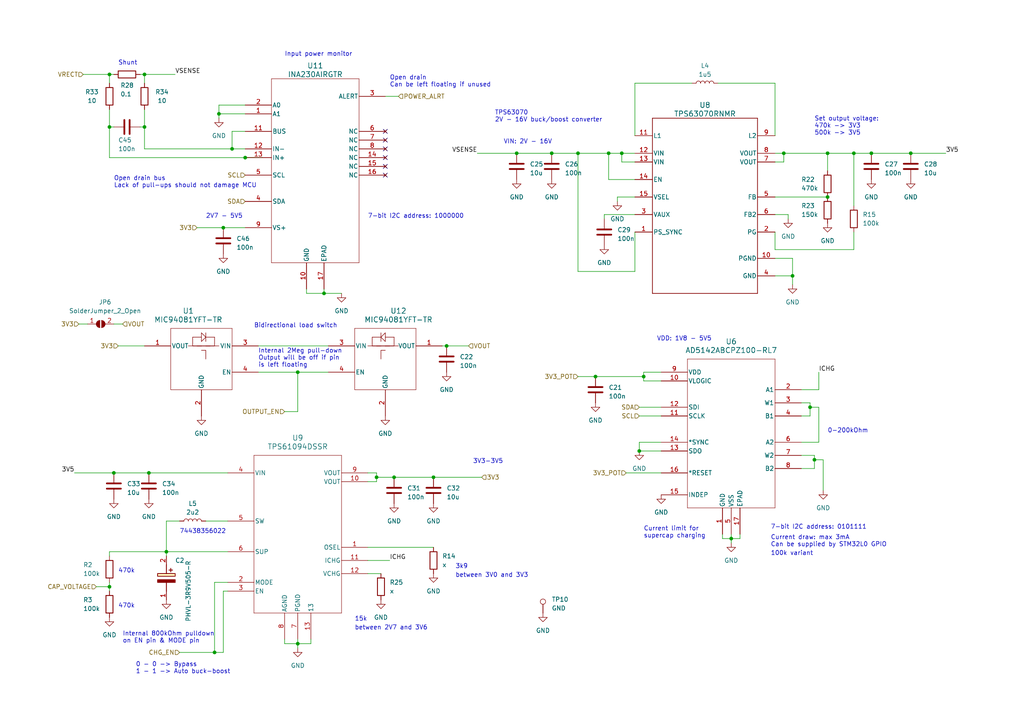
<source format=kicad_sch>
(kicad_sch (version 20231120) (generator "eeschema") (generator_version "8.0")
  (paper "A4")
  (lib_symbols
    (symbol "AD5142A:AD5142ABCPZ100-RL7" (pin_names (offset 0.254))
      (property "Reference" "U6" (at 20.32 10.16 0))
      (property "Value" "AD5142ABCPZ100-RL7" (at 20.32 7.62 0))
      (symbol "AD5142ABCPZ100-RL7_0_1"
        (polyline (pts (xy 7.62 -38.1) (xy 33.02 -38.1)) (stroke (width 0.127)))
        (polyline (pts (xy 7.62 5.08) (xy 7.62 -38.1)) (stroke (width 0.127)))
        (polyline (pts (xy 33.02 -38.1) (xy 33.02 5.08)) (stroke (width 0.127)))
        (polyline (pts (xy 33.02 5.08) (xy 7.62 5.08)) (stroke (width 0.127)))
        (pin power_in line (at 17.78 -45.72 90) (length 7.62) (name "GND") (number "1"))
        (pin power_in line (at 0 -1.27 0) (length 7.62) (name "VLOGIC") (number "10"))
        (pin unspecified line (at 0 -11.43 0) (length 7.62) (name "SCLK") (number "11"))
        (pin input line (at 0 -8.89 0) (length 7.62) (name "SDI") (number "12"))
        (pin output line (at 0 -21.59 0) (length 7.62) (name "SDO") (number "13"))
        (pin input line (at 0 -19.05 0) (length 7.62) (name "*SYNC") (number "14"))
        (pin unspecified line (at 0 -34.29 0) (length 7.62) (name "INDEP") (number "15"))
        (pin unspecified line (at 0 -27.94 0) (length 7.62) (name "*RESET") (number "16"))
        (pin unspecified line (at 22.86 -45.72 90) (length 7.62) (name "EPAD") (number "17"))
        (pin unspecified line (at 40.64 -3.81 180) (length 7.62) (name "A1") (number "2"))
        (pin unspecified line (at 40.64 -7.62 180) (length 7.62) (name "W1") (number "3"))
        (pin unspecified line (at 40.64 -11.43 180) (length 7.62) (name "B1") (number "4"))
        (pin power_in line (at 20.32 -45.72 90) (length 7.62) (name "VSS") (number "5"))
        (pin unspecified line (at 40.64 -19.05 180) (length 7.62) (name "A2") (number "6"))
        (pin unspecified line (at 40.64 -22.86 180) (length 7.62) (name "W2") (number "7"))
        (pin unspecified line (at 40.64 -26.67 180) (length 7.62) (name "B2") (number "8"))
        (pin power_in line (at 0 1.27 0) (length 7.62) (name "VDD") (number "9"))
      )
    )
    (symbol "Connector:TestPoint" (pin_numbers hide) (pin_names (offset 0.762) hide)
      (property "Reference" "TP" (at 0 6.858 0))
      (property "Value" "TestPoint" (at 0 5.08 0))
      (symbol "TestPoint_0_1"
        (circle (center 0 3.302) (radius 0.762))
      )
      (symbol "TestPoint_1_1"
        (pin passive line (at 0 0 90) (length 2.54) (name "1") (number "1"))
      )
    )
    (symbol "Device:C" (pin_numbers hide) (pin_names (offset 0.254))
      (property "Reference" "C" (at 0.635 2.54 0))
      (property "Value" "C" (at 0.635 -2.54 0))
      (symbol "C_0_1"
        (polyline (pts (xy -2.032 -0.762) (xy 2.032 -0.762)) (stroke (width 0.508)))
        (polyline (pts (xy -2.032 0.762) (xy 2.032 0.762)) (stroke (width 0.508)))
      )
      (symbol "C_1_1"
        (pin passive line (at 0 3.81 270) (length 2.794) (name "~") (number "1"))
        (pin passive line (at 0 -3.81 90) (length 2.794) (name "~") (number "2"))
      )
    )
    (symbol "Device:L" (pin_numbers hide) (pin_names (offset 1.016) hide)
      (property "Reference" "L" (at -1.27 0 90))
      (property "Value" "L" (at 1.905 0 90))
      (symbol "L_0_1"
        (arc (start 0 -2.54) (mid 0.6323 -1.905) (end 0 -1.27))
        (arc (start 0 -1.27) (mid 0.6323 -0.635) (end 0 0))
        (arc (start 0 0) (mid 0.6323 0.635) (end 0 1.27))
        (arc (start 0 1.27) (mid 0.6323 1.905) (end 0 2.54))
      )
      (symbol "L_1_1"
        (pin passive line (at 0 3.81 270) (length 1.27) (name "1") (number "1"))
        (pin passive line (at 0 -3.81 90) (length 1.27) (name "2") (number "2"))
      )
    )
    (symbol "Device:R" (pin_numbers hide) (pin_names (offset 0))
      (property "Reference" "R" (at 2.032 0 90))
      (property "Value" "R" (at 0 0 90))
      (symbol "R_0_1"
        (rectangle (start -1.016 -2.54) (end 1.016 2.54) (stroke (width 0.254)))
      )
      (symbol "R_1_1"
        (pin passive line (at 0 3.81 270) (length 1.27) (name "~") (number "1"))
        (pin passive line (at 0 -3.81 90) (length 1.27) (name "~") (number "2"))
      )
    )
    (symbol "INA230:INA230AIRGTR" (pin_names (offset 0.254))
      (property "Reference" "U11" (at 20.32 11.43 0))
      (property "Value" "INA230AIRGTR" (at 20.32 8.89 0))
      (symbol "INA230AIRGTR_0_1"
        (polyline (pts (xy 7.62 -45.72) (xy 33.02 -45.72)) (stroke (width 0.127)))
        (polyline (pts (xy 7.62 7.62) (xy 7.62 -45.72)) (stroke (width 0.127)))
        (polyline (pts (xy 33.02 -45.72) (xy 33.02 7.62)) (stroke (width 0.127)))
        (polyline (pts (xy 33.02 7.62) (xy 7.62 7.62)) (stroke (width 0.127)))
        (pin input line (at 0 -2.54 0) (length 7.62) (name "A1") (number "1"))
        (pin power_in line (at 17.78 -53.34 90) (length 7.62) (name "GND") (number "10"))
        (pin input line (at 0 -7.62 0) (length 7.62) (name "BUS") (number "11"))
        (pin input line (at 0 -12.7 0) (length 7.62) (name "IN-") (number "12"))
        (pin input line (at 0 -15.24 0) (length 7.62) (name "IN+") (number "13"))
        (pin no_connect line (at 40.64 -15.24 180) (length 7.62) (name "NC") (number "14"))
        (pin no_connect line (at 40.64 -17.78 180) (length 7.62) (name "NC") (number "15"))
        (pin no_connect line (at 40.64 -20.32 180) (length 7.62) (name "NC") (number "16"))
        (pin unspecified line (at 22.86 -53.34 90) (length 7.62) (name "EPAD") (number "17"))
        (pin input line (at 0 0 0) (length 7.62) (name "A0") (number "2"))
        (pin output line (at 40.64 2.54 180) (length 7.62) (name "ALERT") (number "3"))
        (pin unspecified line (at 0 -27.94 0) (length 7.62) (name "SDA") (number "4"))
        (pin input line (at 0 -20.32 0) (length 7.62) (name "SCL") (number "5"))
        (pin no_connect line (at 40.64 -7.62 180) (length 7.62) (name "NC") (number "6"))
        (pin no_connect line (at 40.64 -10.16 180) (length 7.62) (name "NC") (number "7"))
        (pin no_connect line (at 40.64 -12.7 180) (length 7.62) (name "NC") (number "8"))
        (pin power_in line (at 0 -35.56 0) (length 7.62) (name "VS+") (number "9"))
      )
    )
    (symbol "Jumper:SolderJumper_2_Open" (pin_names (offset 0) hide)
      (property "Reference" "JP" (at 0 2.032 0))
      (property "Value" "SolderJumper_2_Open" (at 0 -2.54 0))
      (symbol "SolderJumper_2_Open_0_1"
        (arc (start -0.254 1.016) (mid -1.2656 0) (end -0.254 -1.016))
        (arc (start -0.254 1.016) (mid -1.2656 0) (end -0.254 -1.016) (fill (type outline)))
        (polyline (pts (xy -0.254 1.016) (xy -0.254 -1.016)))
        (polyline (pts (xy 0.254 1.016) (xy 0.254 -1.016)))
        (arc (start 0.254 -1.016) (mid 1.2656 0) (end 0.254 1.016))
        (arc (start 0.254 -1.016) (mid 1.2656 0) (end 0.254 1.016) (fill (type outline)))
      )
      (symbol "SolderJumper_2_Open_1_1"
        (pin passive line (at -3.81 0 0) (length 2.54) (name "A") (number "1"))
        (pin passive line (at 3.81 0 180) (length 2.54) (name "B") (number "2"))
      )
    )
    (symbol "MIC94081:MIC94081YFT-TR" (pin_names (offset 0.254))
      (property "Reference" "U12" (at 20.32 10.16 0))
      (property "Value" "MIC94081YFT-TR" (at 20.32 7.62 0))
      (symbol "MIC94081YFT-TR_0_1"
        (polyline (pts (xy 7.62 -12.7) (xy 25.4 -12.7)) (stroke (width 0.127)))
        (polyline (pts (xy 7.62 5.08) (xy 7.62 -12.7)) (stroke (width 0.127)))
        (polyline (pts (xy 25.4 -12.7) (xy 25.4 5.08)) (stroke (width 0.127)))
        (polyline (pts (xy 25.4 5.08) (xy 7.62 5.08)) (stroke (width 0.127)))
        (pin output line (at 33.02 0 180) (length 7.62) (name "VOUT") (number "1"))
        (pin power_out line (at 16.51 -20.32 90) (length 7.62) (name "GND") (number "2"))
        (pin power_in line (at 0 0 0) (length 7.62) (name "VIN") (number "3"))
        (pin input line (at 0 -7.62 0) (length 7.62) (name "EN") (number "4"))
      )
      (symbol "MIC94081YFT-TR_1_1"
        (polyline (pts (xy 13.97 0) (xy 17.78 0)))
        (polyline (pts (xy 15.24 1.27) (xy 15.24 3.81)))
        (polyline (pts (xy 15.24 2.54) (xy 12.7 2.54)))
        (polyline (pts (xy 16.51 0) (xy 11.43 0)))
        (polyline (pts (xy 16.51 0) (xy 20.32 0)))
        (polyline (pts (xy 16.51 2.54) (xy 19.05 2.54)))
        (polyline (pts (xy 16.51 -1.27) (xy 15.24 -1.27) (xy 15.24 -3.81)))
        (polyline (pts (xy 12.7 2.54) (xy 12.7 2.54) (xy 12.7 0) (xy 15.24 0)))
        (polyline (pts (xy 19.05 2.54) (xy 19.05 2.54) (xy 19.05 0) (xy 16.51 0)))
        (polyline (pts (xy 16.51 2.54) (xy 16.51 3.81) (xy 15.24 2.54) (xy 16.51 1.27) (xy 16.51 2.54)))
      )
    )
    (symbol "PHVL-3R9V505-R:PHVL-3R9V505-R" (pin_names hide)
      (property "Reference" "C" (at 8.89 6.35 0))
      (property "Value" "PHVL-3R9V505-R" (at 8.89 3.81 0))
      (symbol "PHVL-3R9V505-R_1_1"
        (polyline (pts (xy 2.54 0) (xy 5.08 0)) (stroke (width 0.254)))
        (polyline (pts (xy 4.064 1.778) (xy 4.064 0.762)) (stroke (width 0.254)))
        (polyline (pts (xy 4.572 1.27) (xy 3.556 1.27)) (stroke (width 0.254)))
        (polyline (pts (xy 7.62 0) (xy 10.16 0)) (stroke (width 0.254)))
        (polyline (pts (xy 7.62 2.54) (xy 7.62 -2.54) (xy 6.858 -2.54) (xy 6.858 2.54) (xy 7.62 2.54)) (stroke (width 0.254)) (fill (type outline)))
        (rectangle (start 5.08 2.54) (end 5.842 -2.54) (stroke (width 0.254)) (fill (type background)))
        (pin passive line (at 12.7 0 180) (length 2.54) (name "-") (number "1"))
        (pin passive line (at 0 0 0) (length 2.54) (name "+") (number "2"))
      )
    )
    (symbol "TPS61094:TPS61094DSSR" (pin_names (offset 0.254))
      (property "Reference" "U9" (at 20.32 12.7 0))
      (property "Value" "TPS61094DSSR" (at 20.32 10.16 0))
      (symbol "TPS61094DSSR_0_1"
        (polyline (pts (xy 7.62 -38.1) (xy 33.02 -38.1)) (stroke (width 0.127)))
        (polyline (pts (xy 7.62 7.62) (xy 7.62 -38.1)) (stroke (width 0.127)))
        (polyline (pts (xy 33.02 -38.1) (xy 33.02 7.62)) (stroke (width 0.127)))
        (polyline (pts (xy 33.02 7.62) (xy 7.62 7.62)) (stroke (width 0.127)))
        (pin unspecified line (at 40.64 -19.05 180) (length 7.62) (name "OSEL") (number "1"))
        (pin output line (at 40.64 0 180) (length 7.62) (name "VOUT") (number "10"))
        (pin unspecified line (at 40.64 -22.86 180) (length 7.62) (name "ICHG") (number "11"))
        (pin unspecified line (at 40.64 -26.67 180) (length 7.62) (name "VCHG") (number "12"))
        (pin unspecified line (at 24.13 -45.72 90) (length 7.62) (name "13") (number "13"))
        (pin unspecified line (at 0 -29.21 0) (length 7.62) (name "MODE") (number "2"))
        (pin unspecified line (at 0 -31.75 0) (length 7.62) (name "EN") (number "3"))
        (pin unspecified line (at 0 2.54 0) (length 7.62) (name "VIN") (number "4"))
        (pin unspecified line (at 0 -11.43 0) (length 7.62) (name "SW") (number "5"))
        (pin unspecified line (at 0 -20.32 0) (length 7.62) (name "SUP") (number "6"))
        (pin power_out line (at 20.32 -45.72 90) (length 7.62) (name "PGND") (number "7"))
        (pin power_out line (at 16.51 -45.72 90) (length 7.62) (name "AGND") (number "8"))
        (pin output line (at 40.64 2.54 180) (length 7.62) (name "VOUT") (number "9"))
      )
    )
    (symbol "TPS63070:TPS630701RNMR" (pin_names (offset 0.254))
      (property "Reference" "U" (at 0 2.54 0))
      (property "Value" "TPS630701RNMR" (at 0 0 0))
      (symbol "TPS630701RNMR_0_1"
        (polyline (pts (xy -15.24 -25.4) (xy 15.24 -25.4)) (stroke (width 0.2032)))
        (polyline (pts (xy -15.24 25.4) (xy -15.24 -25.4)) (stroke (width 0.2032)))
        (polyline (pts (xy 15.24 -25.4) (xy 15.24 25.4)) (stroke (width 0.2032)))
        (polyline (pts (xy 15.24 25.4) (xy -15.24 25.4)) (stroke (width 0.2032)))
        (pin input line (at -20.32 -7.62 0) (length 5.08) (name "PS_SYNC") (number "1"))
        (pin power_in line (at 20.32 -15.24 180) (length 5.08) (name "PGND") (number "10"))
        (pin unspecified line (at -20.32 20.32 0) (length 5.08) (name "L1") (number "11"))
        (pin power_in line (at -20.32 15.24 0) (length 5.08) (name "VIN") (number "12"))
        (pin power_in line (at -20.32 12.7 0) (length 5.08) (name "VIN") (number "13"))
        (pin input line (at -20.32 7.62 0) (length 5.08) (name "EN") (number "14"))
        (pin input line (at -20.32 2.54 0) (length 5.08) (name "VSEL") (number "15"))
        (pin open_collector line (at 20.32 -7.62 180) (length 5.08) (name "PG") (number "2"))
        (pin unspecified line (at -20.32 -2.54 0) (length 5.08) (name "VAUX") (number "3"))
        (pin power_in line (at 20.32 -20.32 180) (length 5.08) (name "GND") (number "4"))
        (pin output line (at 20.32 2.54 180) (length 5.08) (name "FB") (number "5"))
        (pin input line (at 20.32 -2.54 180) (length 5.08) (name "FB2") (number "6"))
        (pin power_in line (at 20.32 12.7 180) (length 5.08) (name "VOUT") (number "7"))
        (pin power_in line (at 20.32 15.24 180) (length 5.08) (name "VOUT") (number "8"))
        (pin unspecified line (at 20.32 20.32 180) (length 5.08) (name "L2") (number "9"))
      )
    )
    (symbol "power:GND" (power) (pin_names (offset 0))
      (property "Value" "GND" (at 0 -3.81 0))
      (symbol "GND_0_1"
        (polyline (pts (xy 0 0) (xy 0 -1.27) (xy 1.27 -1.27) (xy 0 -2.54) (xy -1.27 -1.27) (xy 0 -1.27)))
      )
      (symbol "GND_1_1"
        (pin power_in line (at 0 0 270) (length 0) hide (name "GND") (number "1"))
      )
    )
  )
  (junction (at 264.16 44.45))
  (junction (at 252.73 44.45))
  (junction (at 172.72 109.22))
  (junction (at 86.36 186.69))
  (junction (at 31.75 36.83))
  (junction (at 41.91 36.83))
  (junction (at 236.22 133.35))
  (junction (at 86.36 107.95))
  (junction (at 167.64 44.45))
  (junction (at 109.22 138.43))
  (junction (at 43.18 137.16))
  (junction (at 48.26 160.02))
  (junction (at 227.33 44.45))
  (junction (at 247.65 44.45))
  (junction (at 176.53 44.45))
  (junction (at 240.03 57.15))
  (junction (at 62.23 189.23))
  (junction (at 240.03 44.45))
  (junction (at 33.02 137.16))
  (junction (at 64.77 66.04))
  (junction (at 31.75 21.59))
  (junction (at 114.3 138.43))
  (junction (at 149.86 44.45))
  (junction (at 71.12 45.72))
  (junction (at 93.98 85.09))
  (junction (at 186.69 109.22))
  (junction (at 125.73 138.43))
  (junction (at 41.91 21.59))
  (junction (at 63.5 33.02))
  (junction (at 129.54 100.33))
  (junction (at 234.95 118.11))
  (junction (at 31.75 170.18))
  (junction (at 160.02 44.45))
  (junction (at 67.31 43.18))
  (junction (at 212.09 156.21))
  (junction (at 180.34 44.45))
  (junction (at 185.42 130.81))
  (junction (at 229.87 80.01))
  (no_connect (at 111.76 40.64))
  (no_connect (at 111.76 45.72))
  (no_connect (at 111.76 50.8))
  (no_connect (at 111.76 43.18))
  (no_connect (at 111.76 48.26))
  (no_connect (at 111.76 38.1))
  (wire (pts (xy 237.49 107.95) (xy 237.49 113.03)))
  (wire (pts (xy 236.22 133.35) (xy 238.76 133.35)))
  (wire (pts (xy 48.26 160.02) (xy 66.04 160.02)))
  (wire (pts (xy 64.77 171.45) (xy 66.04 171.45)))
  (wire (pts (xy 232.41 113.03) (xy 237.49 113.03)))
  (wire (pts (xy 135.89 100.33) (xy 129.54 100.33)))
  (wire (pts (xy 191.77 128.27) (xy 185.42 128.27)))
  (wire (pts (xy 27.94 170.18) (xy 31.75 170.18)))
  (wire (pts (xy 184.15 78.74) (xy 167.64 78.74)))
  (wire (pts (xy 34.29 100.33) (xy 41.91 100.33)))
  (wire (pts (xy 52.07 189.23) (xy 62.23 189.23)))
  (wire (pts (xy 31.75 31.75) (xy 31.75 36.83)))
  (wire (pts (xy 227.33 44.45) (xy 240.03 44.45)))
  (wire (pts (xy 180.34 46.99) (xy 180.34 44.45)))
  (wire (pts (xy 176.53 52.07) (xy 176.53 44.45)))
  (wire (pts (xy 71.12 45.72) (xy 31.75 45.72)))
  (wire (pts (xy 41.91 21.59) (xy 40.64 21.59)))
  (wire (pts (xy 232.41 132.08) (xy 236.22 132.08)))
  (wire (pts (xy 82.55 119.38) (xy 86.36 119.38)))
  (wire (pts (xy 234.95 116.84) (xy 234.95 118.11)))
  (wire (pts (xy 184.15 24.13) (xy 184.15 39.37)))
  (wire (pts (xy 93.98 83.82) (xy 93.98 85.09)))
  (wire (pts (xy 247.65 44.45) (xy 252.73 44.45)))
  (wire (pts (xy 212.09 156.21) (xy 212.09 157.48)))
  (wire (pts (xy 191.77 110.49) (xy 186.69 110.49)))
  (wire (pts (xy 229.87 80.01) (xy 229.87 82.55)))
  (wire (pts (xy 63.5 33.02) (xy 63.5 34.29)))
  (wire (pts (xy 232.41 116.84) (xy 234.95 116.84)))
  (wire (pts (xy 52.07 151.13) (xy 48.26 151.13)))
  (wire (pts (xy 66.04 168.91) (xy 62.23 168.91)))
  (wire (pts (xy 71.12 43.18) (xy 67.31 43.18)))
  (wire (pts (xy 186.69 110.49) (xy 186.69 109.22)))
  (wire (pts (xy 106.68 139.7) (xy 109.22 139.7)))
  (wire (pts (xy 172.72 109.22) (xy 186.69 109.22)))
  (wire (pts (xy 43.18 137.16) (xy 66.04 137.16)))
  (wire (pts (xy 59.69 151.13) (xy 66.04 151.13)))
  (wire (pts (xy 99.06 85.09) (xy 93.98 85.09)))
  (wire (pts (xy 214.63 156.21) (xy 214.63 154.94)))
  (wire (pts (xy 184.15 46.99) (xy 180.34 46.99)))
  (wire (pts (xy 181.61 137.16) (xy 191.77 137.16)))
  (wire (pts (xy 247.65 44.45) (xy 247.65 59.69)))
  (wire (pts (xy 234.95 118.11) (xy 234.95 120.65)))
  (wire (pts (xy 160.02 44.45) (xy 167.64 44.45)))
  (wire (pts (xy 236.22 133.35) (xy 236.22 135.89)))
  (wire (pts (xy 71.12 30.48) (xy 63.5 30.48)))
  (wire (pts (xy 229.87 74.93) (xy 229.87 80.01)))
  (wire (pts (xy 179.07 57.15) (xy 179.07 58.42)))
  (wire (pts (xy 228.6 62.23) (xy 228.6 63.5)))
  (wire (pts (xy 82.55 186.69) (xy 86.36 186.69)))
  (wire (pts (xy 184.15 52.07) (xy 176.53 52.07)))
  (wire (pts (xy 31.75 168.91) (xy 31.75 170.18)))
  (wire (pts (xy 41.91 36.83) (xy 40.64 36.83)))
  (wire (pts (xy 176.53 44.45) (xy 180.34 44.45)))
  (wire (pts (xy 62.23 168.91) (xy 62.23 189.23)))
  (wire (pts (xy 31.75 21.59) (xy 31.75 24.13)))
  (wire (pts (xy 236.22 135.89) (xy 232.41 135.89)))
  (wire (pts (xy 185.42 118.11) (xy 191.77 118.11)))
  (wire (pts (xy 224.79 46.99) (xy 227.33 46.99)))
  (wire (pts (xy 41.91 43.18) (xy 67.31 43.18)))
  (wire (pts (xy 31.75 36.83) (xy 31.75 45.72)))
  (wire (pts (xy 82.55 185.42) (xy 82.55 186.69)))
  (wire (pts (xy 184.15 57.15) (xy 179.07 57.15)))
  (wire (pts (xy 74.93 100.33) (xy 95.25 100.33)))
  (wire (pts (xy 64.77 66.04) (xy 71.12 66.04)))
  (wire (pts (xy 184.15 62.23) (xy 175.26 62.23)))
  (wire (pts (xy 200.66 24.13) (xy 184.15 24.13)))
  (wire (pts (xy 48.26 161.29) (xy 48.26 160.02)))
  (wire (pts (xy 224.79 72.39) (xy 247.65 72.39)))
  (wire (pts (xy 41.91 31.75) (xy 41.91 36.83)))
  (wire (pts (xy 50.8 21.59) (xy 41.91 21.59)))
  (wire (pts (xy 167.64 44.45) (xy 176.53 44.45)))
  (wire (pts (xy 138.43 44.45) (xy 149.86 44.45)))
  (wire (pts (xy 35.56 93.98) (xy 33.02 93.98)))
  (wire (pts (xy 185.42 120.65) (xy 191.77 120.65)))
  (wire (pts (xy 31.75 160.02) (xy 31.75 161.29)))
  (wire (pts (xy 234.95 118.11) (xy 237.49 118.11)))
  (wire (pts (xy 31.75 171.45) (xy 31.75 170.18)))
  (wire (pts (xy 224.79 80.01) (xy 229.87 80.01)))
  (wire (pts (xy 224.79 24.13) (xy 208.28 24.13)))
  (wire (pts (xy 88.9 85.09) (xy 93.98 85.09)))
  (wire (pts (xy 236.22 132.08) (xy 236.22 133.35)))
  (wire (pts (xy 232.41 128.27) (xy 237.49 128.27)))
  (wire (pts (xy 175.26 62.23) (xy 175.26 63.5)))
  (wire (pts (xy 238.76 133.35) (xy 238.76 142.24)))
  (wire (pts (xy 185.42 128.27) (xy 185.42 130.81)))
  (wire (pts (xy 186.69 107.95) (xy 191.77 107.95)))
  (wire (pts (xy 31.75 21.59) (xy 24.13 21.59)))
  (wire (pts (xy 240.03 44.45) (xy 247.65 44.45)))
  (wire (pts (xy 212.09 156.21) (xy 214.63 156.21)))
  (wire (pts (xy 88.9 85.09) (xy 88.9 83.82)))
  (wire (pts (xy 86.36 185.42) (xy 86.36 186.69)))
  (wire (pts (xy 247.65 72.39) (xy 247.65 67.31)))
  (wire (pts (xy 224.79 72.39) (xy 224.79 67.31)))
  (wire (pts (xy 41.91 21.59) (xy 41.91 24.13)))
  (wire (pts (xy 114.3 138.43) (xy 109.22 138.43)))
  (wire (pts (xy 63.5 33.02) (xy 71.12 33.02)))
  (wire (pts (xy 86.36 119.38) (xy 86.36 107.95)))
  (wire (pts (xy 224.79 39.37) (xy 224.79 24.13)))
  (wire (pts (xy 240.03 44.45) (xy 240.03 49.53)))
  (wire (pts (xy 106.68 166.37) (xy 110.49 166.37)))
  (wire (pts (xy 115.57 27.94) (xy 111.76 27.94)))
  (wire (pts (xy 71.12 38.1) (xy 67.31 38.1)))
  (wire (pts (xy 109.22 139.7) (xy 109.22 138.43)))
  (wire (pts (xy 185.42 130.81) (xy 191.77 130.81)))
  (wire (pts (xy 125.73 138.43) (xy 139.7 138.43)))
  (wire (pts (xy 48.26 151.13) (xy 48.26 160.02)))
  (wire (pts (xy 212.09 156.21) (xy 212.09 154.94)))
  (wire (pts (xy 57.15 66.04) (xy 64.77 66.04)))
  (wire (pts (xy 114.3 138.43) (xy 125.73 138.43)))
  (wire (pts (xy 86.36 107.95) (xy 95.25 107.95)))
  (wire (pts (xy 41.91 36.83) (xy 41.91 43.18)))
  (wire (pts (xy 224.79 62.23) (xy 228.6 62.23)))
  (wire (pts (xy 62.23 189.23) (xy 64.77 189.23)))
  (wire (pts (xy 224.79 74.93) (xy 229.87 74.93)))
  (wire (pts (xy 109.22 137.16) (xy 106.68 137.16)))
  (wire (pts (xy 76.2 45.72) (xy 71.12 45.72)))
  (wire (pts (xy 186.69 109.22) (xy 186.69 107.95)))
  (wire (pts (xy 106.68 158.75) (xy 125.73 158.75)))
  (wire (pts (xy 167.64 44.45) (xy 167.64 78.74)))
  (wire (pts (xy 106.68 162.56) (xy 113.03 162.56)))
  (wire (pts (xy 184.15 78.74) (xy 184.15 67.31)))
  (wire (pts (xy 22.86 93.98) (xy 25.4 93.98)))
  (wire (pts (xy 64.77 189.23) (xy 64.77 171.45)))
  (wire (pts (xy 224.79 57.15) (xy 240.03 57.15)))
  (wire (pts (xy 109.22 138.43) (xy 109.22 137.16)))
  (wire (pts (xy 209.55 154.94) (xy 209.55 156.21)))
  (wire (pts (xy 227.33 46.99) (xy 227.33 44.45)))
  (wire (pts (xy 234.95 120.65) (xy 232.41 120.65)))
  (wire (pts (xy 67.31 38.1) (xy 67.31 43.18)))
  (wire (pts (xy 237.49 118.11) (xy 237.49 128.27)))
  (wire (pts (xy 167.64 109.22) (xy 172.72 109.22)))
  (wire (pts (xy 224.79 44.45) (xy 227.33 44.45)))
  (wire (pts (xy 264.16 44.45) (xy 274.32 44.45)))
  (wire (pts (xy 33.02 36.83) (xy 31.75 36.83)))
  (wire (pts (xy 180.34 44.45) (xy 184.15 44.45)))
  (wire (pts (xy 21.59 137.16) (xy 33.02 137.16)))
  (wire (pts (xy 63.5 30.48) (xy 63.5 33.02)))
  (wire (pts (xy 149.86 44.45) (xy 160.02 44.45)))
  (wire (pts (xy 33.02 137.16) (xy 43.18 137.16)))
  (wire (pts (xy 74.93 107.95) (xy 86.36 107.95)))
  (wire (pts (xy 90.17 185.42) (xy 90.17 186.69)))
  (wire (pts (xy 86.36 186.69) (xy 86.36 187.96)))
  (wire (pts (xy 31.75 160.02) (xy 48.26 160.02)))
  (wire (pts (xy 129.54 100.33) (xy 128.27 100.33)))
  (wire (pts (xy 209.55 156.21) (xy 212.09 156.21)))
  (wire (pts (xy 252.73 44.45) (xy 264.16 44.45)))
  (wire (pts (xy 31.75 21.59) (xy 33.02 21.59)))
  (wire (pts (xy 90.17 186.69) (xy 86.36 186.69)))
  (text "7-bit I2C address: 0101111" (at 223.52 153.67 0) (effects (font (size 1.27 1.27)) (justify left bottom)))
  (text "between 2V7 and 3V6" (at 102.87 182.88 0) (effects (font (size 1.27 1.27)) (justify left bottom)))
  (text "0-200kOhm" (at 240.03 125.73 0) (effects (font (size 1.27 1.27)) (justify left bottom)))
  (text "15k" (at 102.87 180.34 0) (effects (font (size 1.27 1.27)) (justify left bottom)))
  (text "Internal 2Meg pull-down\nOutput will be off if pin\nis left floating" (at 74.93 106.68 0) (effects (font (size 1.27 1.27)) (justify left bottom)))
  (text "3k9" (at 132.08 165.1 0) (effects (font (size 1.27 1.27)) (justify left bottom)))
  (text "Bidirectional load switch" (at 73.66 95.25 0) (effects (font (size 1.27 1.27)) (justify left bottom)))
  (text "Current draw: max 3mA\nCan be supplied by STM32L0 GPIO" (at 223.52 158.75 0) (effects (font (size 1.27 1.27)) (justify left bottom)))
  (text "VIN: 2V - 16V" (at 146.05 41.91 0) (effects (font (size 1.27 1.27)) (justify left bottom)))
  (text "between 3V0 and 3V3" (at 132.08 167.64 0) (effects (font (size 1.27 1.27)) (justify left bottom)))
  (text "Input power monitor" (at 82.55 16.51 0) (effects (font (size 1.27 1.27)) (justify left bottom)))
  (text "Set output voltage:\n470k -> 3V3\n500k -> 3V5" (at 236.22 39.37 0) (effects (font (size 1.27 1.27)) (justify left bottom)))
  (text "Open drain\nCan be left floating if unused" (at 113.03 25.4 0) (effects (font (size 1.27 1.27)) (justify left bottom)))
  (text "470k" (at 34.29 176.53 0) (effects (font (size 1.27 1.27)) (justify left bottom)))
  (text "Internal 800kOhm pulldown\non EN pin & MODE pin" (at 35.56 186.69 0) (effects (font (size 1.27 1.27)) (justify left bottom)))
  (text "74438356022" (at 52.07 154.94 0) (effects (font (size 1.27 1.27)) (justify left bottom)))
  (text "Shunt" (at 34.29 19.05 0) (effects (font (size 1.27 1.27)) (justify left bottom)))
  (text "TPS63070\n2V - 16V buck/boost converter" (at 143.51 35.56 0) (effects (font (size 1.27 1.27)) (justify left bottom)))
  (text "VDD: 1V8 - 5V5" (at 190.5 99.06 0) (effects (font (size 1.27 1.27)) (justify left bottom)))
  (text "Current limit for\nsupercap charging" (at 186.69 156.21 0) (effects (font (size 1.27 1.27)) (justify left bottom)))
  (text "Open drain bus\nLack of pull-ups should not damage MCU" (at 33.02 54.61 0) (effects (font (size 1.27 1.27)) (justify left bottom)))
  (text "0 - 0 -> Bypass\n1 - 1 -> Auto buck-boost" (at 39.37 195.58 0) (effects (font (size 1.27 1.27)) (justify left bottom)))
  (text "2V7 - 5V5" (at 59.69 63.5 0) (effects (font (size 1.27 1.27)) (justify left bottom)))
  (text "470k" (at 34.29 166.37 0) (effects (font (size 1.27 1.27)) (justify left bottom)))
  (text "3V3-3V5" (at 137.16 134.62 0) (effects (font (size 1.27 1.27)) (justify left bottom)))
  (text "100k variant" (at 223.52 161.29 0) (effects (font (size 1.27 1.27)) (justify left bottom)))
  (text "7-bit I2C address: 1000000" (at 106.68 63.5 0) (effects (font (size 1.27 1.27)) (justify left bottom)))
  (label "3V5" (at 274.32 44.45 0))
  (label "VSENSE" (at 50.8 21.59 0))
  (label "ICHG" (at 237.49 107.95 0))
  (label "VSENSE" (at 138.43 44.45 180))
  (label "3V5" (at 21.59 137.16 180))
  (label "ICHG" (at 113.03 162.56 0))
  (hierarchical_label "3V3" (shape input) (at 22.86 93.98 180))
  (hierarchical_label "CAP_VOLTAGE" (shape input) (at 27.94 170.18 180))
  (hierarchical_label "VOUT" (shape input) (at 135.89 100.33 0))
  (hierarchical_label "3V3" (shape input) (at 34.29 100.33 180))
  (hierarchical_label "SCL" (shape input) (at 71.12 50.8 180))
  (hierarchical_label "OUTPUT_EN" (shape input) (at 82.55 119.38 180))
  (hierarchical_label "SCL" (shape input) (at 185.42 120.65 180))
  (hierarchical_label "CHG_EN" (shape input) (at 52.07 189.23 180))
  (hierarchical_label "POWER_ALRT" (shape input) (at 115.57 27.94 0))
  (hierarchical_label "3V3" (shape input) (at 57.15 66.04 180))
  (hierarchical_label "SDA" (shape input) (at 71.12 58.42 180))
  (hierarchical_label "3V3_POT" (shape input) (at 181.61 137.16 180))
  (hierarchical_label "VOUT" (shape input) (at 35.56 93.98 0))
  (hierarchical_label "3V3_POT" (shape input) (at 167.64 109.22 180))
  (hierarchical_label "VRECT" (shape input) (at 24.13 21.59 180))
  (hierarchical_label "SDA" (shape input) (at 185.42 118.11 180))
  (hierarchical_label "3V3" (shape input) (at 139.7 138.43 0))
  (symbol (lib_id "power:GND") (at 175.26 71.12 0) (unit 1)
    (property "Reference" "#PWR038" (effects (hide yes)))
    (property "Value" "GND" (at 175.26 76.2 0))
  )
  (symbol (lib_id "power:GND") (at 111.76 120.65 0) (unit 1)
    (property "Reference" "#PWR028" (effects (hide yes)))
    (property "Value" "GND" (at 111.76 125.73 0))
  )
  (symbol (lib_id "power:GND") (at 86.36 187.96 0) (unit 1)
    (property "Reference" "#PWR049" (effects (hide yes)))
    (property "Value" "GND" (at 86.36 193.04 0))
  )
  (symbol (lib_id "power:GND") (at 125.73 146.05 0) (unit 1)
    (property "Reference" "#PWR046" (effects (hide yes)))
    (property "Value" "GND" (at 125.73 151.13 0))
  )
  (symbol (lib_id "power:GND") (at 58.42 120.65 0) (unit 1)
    (property "Reference" "#PWR02" (effects (hide yes)))
    (property "Value" "GND" (at 58.42 125.73 0))
  )
  (symbol (lib_id "Device:C") (at 172.72 113.03 180) (unit 1)
    (property "Reference" "C21" (at 176.53 112.395 0) (effects (justify right)))
    (property "Value" "100n" (at 176.53 114.935 0) (effects (justify right)))
    (property "Footprint" "Capacitor_SMD:C_0603_1608Metric_Pad1.08x0.95mm_HandSolder" (effects (hide yes)))
  )
  (symbol (lib_id "power:GND") (at 212.09 157.48 0) (unit 1)
    (property "Reference" "#PWR022" (effects (hide yes)))
    (property "Value" "GND" (at 212.09 162.56 0))
  )
  (symbol (lib_id "power:GND") (at 129.54 107.95 0) (unit 1)
    (property "Reference" "#PWR029" (effects (hide yes)))
    (property "Value" "GND" (at 129.54 113.03 0))
  )
  (symbol (lib_id "Device:R") (at 247.65 63.5 0) (unit 1)
    (property "Reference" "R15" (at 250.19 62.23 0) (effects (justify left)))
    (property "Value" "100k" (at 250.19 64.77 0) (effects (justify left)))
    (property "Footprint" "Resistor_SMD:R_0603_1608Metric_Pad0.98x0.95mm_HandSolder" (effects (hide yes)))
  )
  (symbol (lib_id "power:GND") (at 157.48 177.8 0) (unit 1)
    (property "Reference" "#PWR03" (effects (hide yes)))
    (property "Value" "GND" (at 157.48 182.88 0))
  )
  (symbol (lib_id "power:GND") (at 240.03 64.77 0) (unit 1)
    (property "Reference" "#PWR041" (effects (hide yes)))
    (property "Value" "GND" (at 240.03 69.85 0))
  )
  (symbol (lib_id "Device:C") (at 125.73 142.24 0) (unit 1)
    (property "Reference" "C32" (at 129.54 141.605 0) (effects (justify left)))
    (property "Value" "10u" (at 129.54 144.145 0) (effects (justify left)))
    (property "Footprint" "Capacitor_SMD:C_0603_1608Metric_Pad1.08x0.95mm_HandSolder" (effects (hide yes)))
  )
  (symbol (lib_id "Device:R") (at 41.91 27.94 180) (unit 1)
    (property "Reference" "R34" (at 46.99 26.67 0))
    (property "Value" "10" (at 46.99 29.21 0))
    (property "Footprint" "Resistor_SMD:R_0603_1608Metric_Pad0.98x0.95mm_HandSolder" (effects (hide yes)))
  )
  (symbol (lib_id "power:GND") (at 48.26 173.99 0) (unit 1)
    (property "Reference" "#PWR051" (effects (hide yes)))
    (property "Value" "GND" (at 48.26 179.07 0))
  )
  (symbol (lib_id "Device:L") (at 204.47 24.13 90) (unit 1)
    (property "Reference" "L4" (at 204.47 19.05 90))
    (property "Value" "1u5" (at 204.47 21.59 90))
    (property "Footprint" "Inductor_SMD:L_Coilcraft_XxL4020" (effects (hide yes)))
  )
  (symbol (lib_id "power:GND") (at 64.77 73.66 0) (unit 1)
    (property "Reference" "#PWR069" (effects (hide yes)))
    (property "Value" "GND" (at 64.77 78.74 0))
  )
  (symbol (lib_id "power:GND") (at 125.73 166.37 0) (unit 1)
    (property "Reference" "#PWR044" (effects (hide yes)))
    (property "Value" "GND" (at 125.73 171.45 0))
  )
  (symbol (lib_id "TPS61094:TPS61094DSSR") (at 66.04 139.7 0) (unit 1)
    (property "Reference" "U9" (at 86.36 127 0) (effects (font (size 1.524 1.524))))
    (property "Value" "TPS61094DSSR" (at 86.36 129.54 0) (effects (font (size 1.524 1.524))))
    (property "Footprint" "TPS61094:WSON_94DSSR_TEX" (effects (hide yes)))
    (property "Datasheet" "TPS61094DSSR" (effects (hide yes)))
  )
  (symbol (lib_id "Device:R") (at 125.73 162.56 0) (unit 1)
    (property "Reference" "R14" (at 128.27 161.29 0) (effects (justify left)))
    (property "Value" "x" (at 128.27 163.83 0) (effects (justify left)))
    (property "Footprint" "Resistor_SMD:R_0603_1608Metric_Pad0.98x0.95mm_HandSolder" (effects (hide yes)))
  )
  (symbol (lib_id "Device:L") (at 55.88 151.13 90) (unit 1)
    (property "Reference" "L5" (at 55.88 146.05 90))
    (property "Value" "2u2" (at 55.88 148.59 90))
    (property "Footprint" "74438356022:WE-MAPI_4020" (effects (hide yes)))
  )
  (symbol (lib_id "Device:R") (at 36.83 21.59 90) (unit 1)
    (property "Reference" "R28" (at 34.925 24.765 90) (effects (justify right)))
    (property "Value" "0.1" (at 34.925 27.305 90) (effects (justify right)))
    (property "Footprint" "Resistor_SMD:R_1206_3216Metric_Pad1.30x1.75mm_HandSolder" (effects (hide yes)))
  )
  (symbol (lib_id "power:GND") (at 63.5 34.29 0) (unit 1)
    (property "Reference" "#PWR068" (effects (hide yes)))
    (property "Value" "GND" (at 63.5 39.37 0))
  )
  (symbol (lib_id "AD5142A:AD5142ABCPZ100-RL7") (at 191.77 109.22 0) (unit 1)
    (property "Reference" "U6" (at 212.09 99.06 0) (effects (font (size 1.524 1.524))))
    (property "Value" "AD5142ABCPZ100-RL7" (at 212.09 101.6 0) (effects (font (size 1.524 1.524))))
    (property "Footprint" "AD5142A:CP_16_22_ADI" (effects (hide yes)))
    (property "Datasheet" "AD5142ABCPZ100-RL7" (effects (hide yes)))
  )
  (symbol (lib_id "Device:C") (at 114.3 142.24 0) (unit 1)
    (property "Reference" "C31" (at 118.11 141.605 0) (effects (justify left)))
    (property "Value" "100n" (at 118.11 144.145 0) (effects (justify left)))
    (property "Footprint" "Capacitor_SMD:C_0603_1608Metric_Pad1.08x0.95mm_HandSolder" (effects (hide yes)))
  )
  (symbol (lib_id "Device:R") (at 240.03 53.34 0) (unit 1)
    (property "Reference" "R22" (at 232.41 52.07 0) (effects (justify left)))
    (property "Value" "470k" (at 232.41 54.61 0) (effects (justify left)))
    (property "Footprint" "Resistor_SMD:R_0603_1608Metric_Pad0.98x0.95mm_HandSolder" (effects (hide yes)))
  )
  (symbol (lib_id "Jumper:SolderJumper_2_Open") (at 29.21 93.98 0) (unit 1)
    (property "Reference" "JP6" (at 30.48 87.63 0))
    (property "Value" "SolderJumper_2_Open" (at 30.48 90.17 0))
    (property "Footprint" "Jumper:SolderJumper-2_P1.3mm_Open_RoundedPad1.0x1.5mm" (effects (hide yes)))
  )
  (symbol (lib_id "Device:R") (at 31.75 27.94 0) (unit 1)
    (property "Reference" "R33" (at 26.67 26.67 0))
    (property "Value" "10" (at 26.67 29.21 0))
    (property "Footprint" "Resistor_SMD:R_0603_1608Metric_Pad0.98x0.95mm_HandSolder" (effects (hide yes)))
  )
  (symbol (lib_id "power:GND") (at 228.6 63.5 0) (unit 1)
    (property "Reference" "#PWR034" (effects (hide yes)))
    (property "Value" "GND" (at 228.6 68.58 0))
  )
  (symbol (lib_id "power:GND") (at 43.18 144.78 0) (unit 1)
    (property "Reference" "#PWR048" (effects (hide yes)))
    (property "Value" "GND" (at 43.18 149.86 0))
  )
  (symbol (lib_id "power:GND") (at 264.16 52.07 0) (unit 1)
    (property "Reference" "#PWR033" (effects (hide yes)))
    (property "Value" "GND" (at 264.16 57.15 0))
  )
  (symbol (lib_id "power:GND") (at 238.76 142.24 0) (unit 1)
    (property "Reference" "#PWR021" (effects (hide yes)))
    (property "Value" "GND" (at 238.76 147.32 0))
  )
  (symbol (lib_id "MIC94081:MIC94081YFT-TR") (at 95.25 100.33 0) (unit 1)
    (property "Reference" "U12" (at 115.57 90.17 0) (effects (font (size 1.524 1.524))))
    (property "Value" "MIC94081YFT-TR" (at 115.57 92.71 0) (effects (font (size 1.524 1.524))))
    (property "Footprint" "MIC94081:FTDFN085085-4LD-PL-1_MCH" (effects (hide yes)))
    (property "Datasheet" "MIC94081YFT-TR" (effects (hide yes)))
  )
  (symbol (lib_id "Device:C") (at 43.18 140.97 0) (unit 1)
    (property "Reference" "C34" (at 46.99 140.335 0) (effects (justify left)))
    (property "Value" "100n" (at 46.99 142.875 0) (effects (justify left)))
    (property "Footprint" "Capacitor_SMD:C_0603_1608Metric_Pad1.08x0.95mm_HandSolder" (effects (hide yes)))
  )
  (symbol (lib_id "power:GND") (at 191.77 143.51 0) (unit 1)
    (property "Reference" "#PWR023" (effects (hide yes)))
    (property "Value" "GND" (at 191.77 148.59 0))
  )
  (symbol (lib_id "MIC94081:MIC94081YFT-TR") (at 74.93 100.33 0) (mirror y) (unit 1)
    (property "Reference" "U1" (at 54.61 90.17 0) (effects (font (size 1.524 1.524))))
    (property "Value" "MIC94081YFT-TR" (at 54.61 92.71 0) (effects (font (size 1.524 1.524))))
    (property "Footprint" "MIC94081:FTDFN085085-4LD-PL-1_MCH" (effects (hide yes)))
    (property "Datasheet" "MIC94081YFT-TR" (effects (hide yes)))
  )
  (symbol (lib_id "power:GND") (at 185.42 130.81 0) (unit 1)
    (property "Reference" "#PWR024" (effects (hide yes)))
    (property "Value" "GND" (at 185.42 135.89 0))
  )
  (symbol (lib_id "power:GND") (at 179.07 58.42 0) (unit 1)
    (property "Reference" "#PWR037" (effects (hide yes)))
    (property "Value" "GND" (at 179.07 63.5 0))
  )
  (symbol (lib_id "power:GND") (at 149.86 52.07 0) (unit 1)
    (property "Reference" "#PWR030" (effects (hide yes)))
    (property "Value" "GND" (at 149.86 57.15 0))
  )
  (symbol (lib_id "Device:R") (at 31.75 175.26 0) (unit 1)
    (property "Reference" "R3" (at 24.13 173.99 0) (effects (justify left)))
    (property "Value" "100k" (at 24.13 176.53 0) (effects (justify left)))
    (property "Footprint" "Resistor_SMD:R_0603_1608Metric_Pad0.98x0.95mm_HandSolder" (effects (hide yes)))
  )
  (symbol (lib_id "power:GND") (at 229.87 82.55 0) (unit 1)
    (property "Reference" "#PWR036" (effects (hide yes)))
    (property "Value" "GND" (at 229.87 87.63 0))
  )
  (symbol (lib_id "Device:R") (at 110.49 170.18 0) (unit 1)
    (property "Reference" "R25" (at 113.03 168.91 0) (effects (justify left)))
    (property "Value" "x" (at 113.03 171.45 0) (effects (justify left)))
    (property "Footprint" "Resistor_SMD:R_0603_1608Metric_Pad0.98x0.95mm_HandSolder" (effects (hide yes)))
  )
  (symbol (lib_id "power:GND") (at 99.06 85.09 0) (unit 1)
    (property "Reference" "#PWR067" (effects (hide yes)))
    (property "Value" "GND" (at 99.06 90.17 0))
  )
  (symbol (lib_id "power:GND") (at 110.49 173.99 0) (unit 1)
    (property "Reference" "#PWR042" (effects (hide yes)))
    (property "Value" "GND" (at 110.49 179.07 0))
  )
  (symbol (lib_id "Device:C") (at 149.86 48.26 0) (unit 1)
    (property "Reference" "C25" (at 153.67 47.625 0) (effects (justify left)))
    (property "Value" "10u" (at 153.67 50.165 0) (effects (justify left)))
    (property "Footprint" "Capacitor_SMD:C_0603_1608Metric_Pad1.08x0.95mm_HandSolder" (effects (hide yes)))
  )
  (symbol (lib_id "Device:C") (at 160.02 48.26 0) (unit 1)
    (property "Reference" "C26" (at 163.83 47.625 0) (effects (justify left)))
    (property "Value" "100n" (at 163.83 50.165 0) (effects (justify left)))
    (property "Footprint" "Capacitor_SMD:C_0603_1608Metric_Pad1.08x0.95mm_HandSolder" (effects (hide yes)))
  )
  (symbol (lib_id "TPS63070:TPS630701RNMR") (at 204.47 59.69 0) (unit 1)
    (property "Reference" "U8" (at 204.47 30.48 0) (effects (font (size 1.524 1.524))))
    (property "Value" "TPS63070RNMR" (at 204.47 33.02 0) (effects (font (size 1.524 1.524))))
    (property "Footprint" "TPS63070:RNM0015A" (effects (hide yes)))
    (property "Datasheet" "TPS630701RNMR" (effects (hide yes)))
  )
  (symbol (lib_id "Device:C") (at 64.77 69.85 0) (unit 1)
    (property "Reference" "C46" (at 68.58 69.215 0) (effects (justify left)))
    (property "Value" "100n" (at 68.58 71.755 0) (effects (justify left)))
    (property "Footprint" "Capacitor_SMD:C_0603_1608Metric_Pad1.08x0.95mm_HandSolder" (effects (hide yes)))
  )
  (symbol (lib_id "Device:C") (at 264.16 48.26 0) (unit 1)
    (property "Reference" "C28" (at 267.97 47.625 0) (effects (justify left)))
    (property "Value" "10u" (at 267.97 50.165 0) (effects (justify left)))
    (property "Footprint" "Capacitor_SMD:C_0603_1608Metric_Pad1.08x0.95mm_HandSolder" (effects (hide yes)))
  )
  (symbol (lib_id "Device:C") (at 33.02 140.97 0) (unit 1)
    (property "Reference" "C33" (at 36.83 140.335 0) (effects (justify left)))
    (property "Value" "10u" (at 36.83 142.875 0) (effects (justify left)))
    (property "Footprint" "Capacitor_SMD:C_0603_1608Metric_Pad1.08x0.95mm_HandSolder" (effects (hide yes)))
  )
  (symbol (lib_id "power:GND") (at 172.72 116.84 0) (unit 1)
    (property "Reference" "#PWR026" (effects (hide yes)))
    (property "Value" "GND" (at 172.72 121.92 0))
  )
  (symbol (lib_id "Device:R") (at 240.03 60.96 0) (unit 1)
    (property "Reference" "R23" (at 232.41 59.69 0) (effects (justify left)))
    (property "Value" "150k" (at 232.41 62.23 0) (effects (justify left)))
    (property "Footprint" "Resistor_SMD:R_0603_1608Metric_Pad0.98x0.95mm_HandSolder" (effects (hide yes)))
  )
  (symbol (lib_id "power:GND") (at 33.02 144.78 0) (unit 1)
    (property "Reference" "#PWR047" (effects (hide yes)))
    (property "Value" "GND" (at 33.02 149.86 0))
  )
  (symbol (lib_id "Device:C") (at 175.26 67.31 0) (unit 1)
    (property "Reference" "C29" (at 179.07 66.675 0) (effects (justify left)))
    (property "Value" "100n" (at 179.07 69.215 0) (effects (justify left)))
    (property "Footprint" "Capacitor_SMD:C_0603_1608Metric_Pad1.08x0.95mm_HandSolder" (effects (hide yes)))
  )
  (symbol (lib_id "Device:R") (at 31.75 165.1 0) (unit 1)
    (property "Reference" "R2" (at 24.13 163.83 0) (effects (justify left)))
    (property "Value" "100k" (at 24.13 166.37 0) (effects (justify left)))
    (property "Footprint" "Resistor_SMD:R_0603_1608Metric_Pad0.98x0.95mm_HandSolder" (effects (hide yes)))
  )
  (symbol (lib_id "power:GND") (at 114.3 146.05 0) (unit 1)
    (property "Reference" "#PWR045" (effects (hide yes)))
    (property "Value" "GND" (at 114.3 151.13 0))
  )
  (symbol (lib_id "Device:C") (at 129.54 104.14 0) (unit 1)
    (property "Reference" "C22" (at 133.35 103.505 0) (effects (justify left)))
    (property "Value" "100n" (at 133.35 106.045 0) (effects (justify left)))
    (property "Footprint" "Capacitor_SMD:C_0603_1608Metric_Pad1.08x0.95mm_HandSolder" (effects (hide yes)))
  )
  (symbol (lib_id "INA230:INA230AIRGTR") (at 71.12 30.48 0) (unit 1)
    (property "Reference" "U11" (at 91.44 19.05 0) (effects (font (size 1.524 1.524))))
    (property "Value" "INA230AIRGTR" (at 91.44 21.59 0) (effects (font (size 1.524 1.524))))
    (property "Footprint" "INA230:RGT16_1P7X1P7" (effects (hide yes)))
    (property "Datasheet" "INA230AIRGTR" (effects (hide yes)))
  )
  (symbol (lib_id "power:GND") (at 252.73 52.07 0) (unit 1)
    (property "Reference" "#PWR032" (effects (hide yes)))
    (property "Value" "GND" (at 252.73 57.15 0))
  )
  (symbol (lib_id "Device:C") (at 252.73 48.26 0) (unit 1)
    (property "Reference" "C27" (at 256.54 47.625 0) (effects (justify left)))
    (property "Value" "100n" (at 256.54 50.165 0) (effects (justify left)))
    (property "Footprint" "Capacitor_SMD:C_0603_1608Metric_Pad1.08x0.95mm_HandSolder" (effects (hide yes)))
  )
  (symbol (lib_id "Device:C") (at 36.83 36.83 270) (unit 1)
    (property "Reference" "C45" (at 34.29 40.64 90) (effects (justify left)))
    (property "Value" "100n" (at 34.29 43.18 90) (effects (justify left)))
    (property "Footprint" "Capacitor_SMD:C_0603_1608Metric_Pad1.08x0.95mm_HandSolder" (effects (hide yes)))
  )
  (symbol (lib_id "power:GND") (at 160.02 52.07 0) (unit 1)
    (property "Reference" "#PWR031" (effects (hide yes)))
    (property "Value" "GND" (at 160.02 57.15 0))
  )
  (symbol (lib_id "power:GND") (at 31.75 179.07 0) (unit 1)
    (property "Reference" "#PWR04" (effects (hide yes)))
    (property "Value" "GND" (at 31.75 184.15 0))
  )
  (symbol (lib_id "PHVL-3R9V505-R:PHVL-3R9V505-R") (at 48.26 161.29 270) (unit 1)
    (property "Reference" "C2" (at 50.8 162.56 90) (effects (justify left)))
    (property "Value" "PHVL-3R9V505-R" (at 54.61 162.56 0) (effects (justify left)))
    (property "Footprint" "Supercap:PHVL3R9V505R" (effects (hide yes)))
    (property "Datasheet" "https://www.eaton.com/content/dam/eaton/products/electronic-components/resources/data-sheet/eaton-phvl-supercapacitor-cylindrical-pack-data-sheet-elx1022-en.pdf" (effects (hide yes)))
    (property "Height" "32.52" (effects (hide yes)))
    (property "Mouser Part Number" "504-PHVL-3R9V505-R" (effects (hide yes)))
    (property "Mouser Price/Stock" "https://www.mouser.co.uk/ProductDetail/Bussmann-Eaton/PHVL-3R9V505-R?qs=DRkmTr78QATHnU4qAJHDaQ%3D%3D" (effects (hide yes)))
    (property "Manufacturer_Name" "Eaton" (effects (hide yes)))
    (property "Manufacturer_Part_Number" "PHVL-3R9V505-R" (effects (hide yes)))
  )
  (symbol (lib_id "Connector:TestPoint") (at 157.48 177.8 0) (unit 1)
    (property "Reference" "TP10" (at 160.02 173.863 0) (effects (justify left)))
    (property "Value" "GND" (at 160.02 176.403 0) (effects (justify left)))
    (property "Footprint" "TestPoint:TestPoint_THTPad_2.5x2.5mm_Drill1.2mm" (effects (hide yes)))
  )
)
</source>
